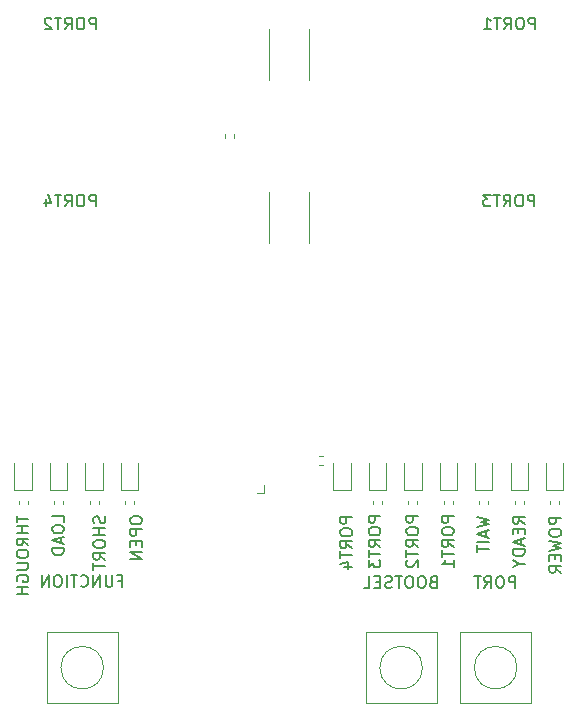
<source format=gbr>
%TF.GenerationSoftware,KiCad,Pcbnew,(6.0.7)*%
%TF.CreationDate,2022-08-30T14:04:15+02:00*%
%TF.ProjectId,LibreCAL,4c696272-6543-4414-9c2e-6b696361645f,rev?*%
%TF.SameCoordinates,Original*%
%TF.FileFunction,Legend,Bot*%
%TF.FilePolarity,Positive*%
%FSLAX46Y46*%
G04 Gerber Fmt 4.6, Leading zero omitted, Abs format (unit mm)*
G04 Created by KiCad (PCBNEW (6.0.7)) date 2022-08-30 14:04:15*
%MOMM*%
%LPD*%
G01*
G04 APERTURE LIST*
%ADD10C,0.150000*%
%ADD11C,0.120000*%
G04 APERTURE END LIST*
D10*
X111142857Y-90452380D02*
X111142857Y-89452380D01*
X110761904Y-89452380D01*
X110666666Y-89500000D01*
X110619047Y-89547619D01*
X110571428Y-89642857D01*
X110571428Y-89785714D01*
X110619047Y-89880952D01*
X110666666Y-89928571D01*
X110761904Y-89976190D01*
X111142857Y-89976190D01*
X109952380Y-89452380D02*
X109761904Y-89452380D01*
X109666666Y-89500000D01*
X109571428Y-89595238D01*
X109523809Y-89785714D01*
X109523809Y-90119047D01*
X109571428Y-90309523D01*
X109666666Y-90404761D01*
X109761904Y-90452380D01*
X109952380Y-90452380D01*
X110047619Y-90404761D01*
X110142857Y-90309523D01*
X110190476Y-90119047D01*
X110190476Y-89785714D01*
X110142857Y-89595238D01*
X110047619Y-89500000D01*
X109952380Y-89452380D01*
X108523809Y-90452380D02*
X108857142Y-89976190D01*
X109095238Y-90452380D02*
X109095238Y-89452380D01*
X108714285Y-89452380D01*
X108619047Y-89500000D01*
X108571428Y-89547619D01*
X108523809Y-89642857D01*
X108523809Y-89785714D01*
X108571428Y-89880952D01*
X108619047Y-89928571D01*
X108714285Y-89976190D01*
X109095238Y-89976190D01*
X108238095Y-89452380D02*
X107666666Y-89452380D01*
X107952380Y-90452380D02*
X107952380Y-89452380D01*
X106904761Y-89785714D02*
X106904761Y-90452380D01*
X107142857Y-89404761D02*
X107380952Y-90119047D01*
X106761904Y-90119047D01*
X148292857Y-90452380D02*
X148292857Y-89452380D01*
X147911904Y-89452380D01*
X147816666Y-89500000D01*
X147769047Y-89547619D01*
X147721428Y-89642857D01*
X147721428Y-89785714D01*
X147769047Y-89880952D01*
X147816666Y-89928571D01*
X147911904Y-89976190D01*
X148292857Y-89976190D01*
X147102380Y-89452380D02*
X146911904Y-89452380D01*
X146816666Y-89500000D01*
X146721428Y-89595238D01*
X146673809Y-89785714D01*
X146673809Y-90119047D01*
X146721428Y-90309523D01*
X146816666Y-90404761D01*
X146911904Y-90452380D01*
X147102380Y-90452380D01*
X147197619Y-90404761D01*
X147292857Y-90309523D01*
X147340476Y-90119047D01*
X147340476Y-89785714D01*
X147292857Y-89595238D01*
X147197619Y-89500000D01*
X147102380Y-89452380D01*
X145673809Y-90452380D02*
X146007142Y-89976190D01*
X146245238Y-90452380D02*
X146245238Y-89452380D01*
X145864285Y-89452380D01*
X145769047Y-89500000D01*
X145721428Y-89547619D01*
X145673809Y-89642857D01*
X145673809Y-89785714D01*
X145721428Y-89880952D01*
X145769047Y-89928571D01*
X145864285Y-89976190D01*
X146245238Y-89976190D01*
X145388095Y-89452380D02*
X144816666Y-89452380D01*
X145102380Y-90452380D02*
X145102380Y-89452380D01*
X144578571Y-89452380D02*
X143959523Y-89452380D01*
X144292857Y-89833333D01*
X144150000Y-89833333D01*
X144054761Y-89880952D01*
X144007142Y-89928571D01*
X143959523Y-90023809D01*
X143959523Y-90261904D01*
X144007142Y-90357142D01*
X144054761Y-90404761D01*
X144150000Y-90452380D01*
X144435714Y-90452380D01*
X144530952Y-90404761D01*
X144578571Y-90357142D01*
X111142857Y-75452380D02*
X111142857Y-74452380D01*
X110761904Y-74452380D01*
X110666666Y-74500000D01*
X110619047Y-74547619D01*
X110571428Y-74642857D01*
X110571428Y-74785714D01*
X110619047Y-74880952D01*
X110666666Y-74928571D01*
X110761904Y-74976190D01*
X111142857Y-74976190D01*
X109952380Y-74452380D02*
X109761904Y-74452380D01*
X109666666Y-74500000D01*
X109571428Y-74595238D01*
X109523809Y-74785714D01*
X109523809Y-75119047D01*
X109571428Y-75309523D01*
X109666666Y-75404761D01*
X109761904Y-75452380D01*
X109952380Y-75452380D01*
X110047619Y-75404761D01*
X110142857Y-75309523D01*
X110190476Y-75119047D01*
X110190476Y-74785714D01*
X110142857Y-74595238D01*
X110047619Y-74500000D01*
X109952380Y-74452380D01*
X108523809Y-75452380D02*
X108857142Y-74976190D01*
X109095238Y-75452380D02*
X109095238Y-74452380D01*
X108714285Y-74452380D01*
X108619047Y-74500000D01*
X108571428Y-74547619D01*
X108523809Y-74642857D01*
X108523809Y-74785714D01*
X108571428Y-74880952D01*
X108619047Y-74928571D01*
X108714285Y-74976190D01*
X109095238Y-74976190D01*
X108238095Y-74452380D02*
X107666666Y-74452380D01*
X107952380Y-75452380D02*
X107952380Y-74452380D01*
X107380952Y-74547619D02*
X107333333Y-74500000D01*
X107238095Y-74452380D01*
X107000000Y-74452380D01*
X106904761Y-74500000D01*
X106857142Y-74547619D01*
X106809523Y-74642857D01*
X106809523Y-74738095D01*
X106857142Y-74880952D01*
X107428571Y-75452380D01*
X106809523Y-75452380D01*
X148342857Y-75452380D02*
X148342857Y-74452380D01*
X147961904Y-74452380D01*
X147866666Y-74500000D01*
X147819047Y-74547619D01*
X147771428Y-74642857D01*
X147771428Y-74785714D01*
X147819047Y-74880952D01*
X147866666Y-74928571D01*
X147961904Y-74976190D01*
X148342857Y-74976190D01*
X147152380Y-74452380D02*
X146961904Y-74452380D01*
X146866666Y-74500000D01*
X146771428Y-74595238D01*
X146723809Y-74785714D01*
X146723809Y-75119047D01*
X146771428Y-75309523D01*
X146866666Y-75404761D01*
X146961904Y-75452380D01*
X147152380Y-75452380D01*
X147247619Y-75404761D01*
X147342857Y-75309523D01*
X147390476Y-75119047D01*
X147390476Y-74785714D01*
X147342857Y-74595238D01*
X147247619Y-74500000D01*
X147152380Y-74452380D01*
X145723809Y-75452380D02*
X146057142Y-74976190D01*
X146295238Y-75452380D02*
X146295238Y-74452380D01*
X145914285Y-74452380D01*
X145819047Y-74500000D01*
X145771428Y-74547619D01*
X145723809Y-74642857D01*
X145723809Y-74785714D01*
X145771428Y-74880952D01*
X145819047Y-74928571D01*
X145914285Y-74976190D01*
X146295238Y-74976190D01*
X145438095Y-74452380D02*
X144866666Y-74452380D01*
X145152380Y-75452380D02*
X145152380Y-74452380D01*
X144009523Y-75452380D02*
X144580952Y-75452380D01*
X144295238Y-75452380D02*
X144295238Y-74452380D01*
X144390476Y-74595238D01*
X144485714Y-74690476D01*
X144580952Y-74738095D01*
X141452380Y-116657142D02*
X140452380Y-116657142D01*
X140452380Y-117038095D01*
X140500000Y-117133333D01*
X140547619Y-117180952D01*
X140642857Y-117228571D01*
X140785714Y-117228571D01*
X140880952Y-117180952D01*
X140928571Y-117133333D01*
X140976190Y-117038095D01*
X140976190Y-116657142D01*
X140452380Y-117847619D02*
X140452380Y-118038095D01*
X140500000Y-118133333D01*
X140595238Y-118228571D01*
X140785714Y-118276190D01*
X141119047Y-118276190D01*
X141309523Y-118228571D01*
X141404761Y-118133333D01*
X141452380Y-118038095D01*
X141452380Y-117847619D01*
X141404761Y-117752380D01*
X141309523Y-117657142D01*
X141119047Y-117609523D01*
X140785714Y-117609523D01*
X140595238Y-117657142D01*
X140500000Y-117752380D01*
X140452380Y-117847619D01*
X141452380Y-119276190D02*
X140976190Y-118942857D01*
X141452380Y-118704761D02*
X140452380Y-118704761D01*
X140452380Y-119085714D01*
X140500000Y-119180952D01*
X140547619Y-119228571D01*
X140642857Y-119276190D01*
X140785714Y-119276190D01*
X140880952Y-119228571D01*
X140928571Y-119180952D01*
X140976190Y-119085714D01*
X140976190Y-118704761D01*
X140452380Y-119561904D02*
X140452380Y-120133333D01*
X141452380Y-119847619D02*
X140452380Y-119847619D01*
X141452380Y-120990476D02*
X141452380Y-120419047D01*
X141452380Y-120704761D02*
X140452380Y-120704761D01*
X140595238Y-120609523D01*
X140690476Y-120514285D01*
X140738095Y-120419047D01*
X146666666Y-122752380D02*
X146666666Y-121752380D01*
X146285714Y-121752380D01*
X146190476Y-121800000D01*
X146142857Y-121847619D01*
X146095238Y-121942857D01*
X146095238Y-122085714D01*
X146142857Y-122180952D01*
X146190476Y-122228571D01*
X146285714Y-122276190D01*
X146666666Y-122276190D01*
X145476190Y-121752380D02*
X145285714Y-121752380D01*
X145190476Y-121800000D01*
X145095238Y-121895238D01*
X145047619Y-122085714D01*
X145047619Y-122419047D01*
X145095238Y-122609523D01*
X145190476Y-122704761D01*
X145285714Y-122752380D01*
X145476190Y-122752380D01*
X145571428Y-122704761D01*
X145666666Y-122609523D01*
X145714285Y-122419047D01*
X145714285Y-122085714D01*
X145666666Y-121895238D01*
X145571428Y-121800000D01*
X145476190Y-121752380D01*
X144047619Y-122752380D02*
X144380952Y-122276190D01*
X144619047Y-122752380D02*
X144619047Y-121752380D01*
X144238095Y-121752380D01*
X144142857Y-121800000D01*
X144095238Y-121847619D01*
X144047619Y-121942857D01*
X144047619Y-122085714D01*
X144095238Y-122180952D01*
X144142857Y-122228571D01*
X144238095Y-122276190D01*
X144619047Y-122276190D01*
X143761904Y-121752380D02*
X143190476Y-121752380D01*
X143476190Y-122752380D02*
X143476190Y-121752380D01*
X132852380Y-116757142D02*
X131852380Y-116757142D01*
X131852380Y-117138095D01*
X131900000Y-117233333D01*
X131947619Y-117280952D01*
X132042857Y-117328571D01*
X132185714Y-117328571D01*
X132280952Y-117280952D01*
X132328571Y-117233333D01*
X132376190Y-117138095D01*
X132376190Y-116757142D01*
X131852380Y-117947619D02*
X131852380Y-118138095D01*
X131900000Y-118233333D01*
X131995238Y-118328571D01*
X132185714Y-118376190D01*
X132519047Y-118376190D01*
X132709523Y-118328571D01*
X132804761Y-118233333D01*
X132852380Y-118138095D01*
X132852380Y-117947619D01*
X132804761Y-117852380D01*
X132709523Y-117757142D01*
X132519047Y-117709523D01*
X132185714Y-117709523D01*
X131995238Y-117757142D01*
X131900000Y-117852380D01*
X131852380Y-117947619D01*
X132852380Y-119376190D02*
X132376190Y-119042857D01*
X132852380Y-118804761D02*
X131852380Y-118804761D01*
X131852380Y-119185714D01*
X131900000Y-119280952D01*
X131947619Y-119328571D01*
X132042857Y-119376190D01*
X132185714Y-119376190D01*
X132280952Y-119328571D01*
X132328571Y-119280952D01*
X132376190Y-119185714D01*
X132376190Y-118804761D01*
X131852380Y-119661904D02*
X131852380Y-120233333D01*
X132852380Y-119947619D02*
X131852380Y-119947619D01*
X132185714Y-120995238D02*
X132852380Y-120995238D01*
X131804761Y-120757142D02*
X132519047Y-120519047D01*
X132519047Y-121138095D01*
X104452380Y-116619047D02*
X104452380Y-117190476D01*
X105452380Y-116904761D02*
X104452380Y-116904761D01*
X105452380Y-117523809D02*
X104452380Y-117523809D01*
X104928571Y-117523809D02*
X104928571Y-118095238D01*
X105452380Y-118095238D02*
X104452380Y-118095238D01*
X105452380Y-119142857D02*
X104976190Y-118809523D01*
X105452380Y-118571428D02*
X104452380Y-118571428D01*
X104452380Y-118952380D01*
X104500000Y-119047619D01*
X104547619Y-119095238D01*
X104642857Y-119142857D01*
X104785714Y-119142857D01*
X104880952Y-119095238D01*
X104928571Y-119047619D01*
X104976190Y-118952380D01*
X104976190Y-118571428D01*
X104452380Y-119761904D02*
X104452380Y-119952380D01*
X104500000Y-120047619D01*
X104595238Y-120142857D01*
X104785714Y-120190476D01*
X105119047Y-120190476D01*
X105309523Y-120142857D01*
X105404761Y-120047619D01*
X105452380Y-119952380D01*
X105452380Y-119761904D01*
X105404761Y-119666666D01*
X105309523Y-119571428D01*
X105119047Y-119523809D01*
X104785714Y-119523809D01*
X104595238Y-119571428D01*
X104500000Y-119666666D01*
X104452380Y-119761904D01*
X104452380Y-120619047D02*
X105261904Y-120619047D01*
X105357142Y-120666666D01*
X105404761Y-120714285D01*
X105452380Y-120809523D01*
X105452380Y-121000000D01*
X105404761Y-121095238D01*
X105357142Y-121142857D01*
X105261904Y-121190476D01*
X104452380Y-121190476D01*
X104500000Y-122190476D02*
X104452380Y-122095238D01*
X104452380Y-121952380D01*
X104500000Y-121809523D01*
X104595238Y-121714285D01*
X104690476Y-121666666D01*
X104880952Y-121619047D01*
X105023809Y-121619047D01*
X105214285Y-121666666D01*
X105309523Y-121714285D01*
X105404761Y-121809523D01*
X105452380Y-121952380D01*
X105452380Y-122047619D01*
X105404761Y-122190476D01*
X105357142Y-122238095D01*
X105023809Y-122238095D01*
X105023809Y-122047619D01*
X105452380Y-122666666D02*
X104452380Y-122666666D01*
X104928571Y-122666666D02*
X104928571Y-123238095D01*
X105452380Y-123238095D02*
X104452380Y-123238095D01*
X143452380Y-116723809D02*
X144452380Y-116961904D01*
X143738095Y-117152380D01*
X144452380Y-117342857D01*
X143452380Y-117580952D01*
X144166666Y-117914285D02*
X144166666Y-118390476D01*
X144452380Y-117819047D02*
X143452380Y-118152380D01*
X144452380Y-118485714D01*
X144452380Y-118819047D02*
X143452380Y-118819047D01*
X143452380Y-119152380D02*
X143452380Y-119723809D01*
X144452380Y-119438095D02*
X143452380Y-119438095D01*
X111904761Y-116685714D02*
X111952380Y-116828571D01*
X111952380Y-117066666D01*
X111904761Y-117161904D01*
X111857142Y-117209523D01*
X111761904Y-117257142D01*
X111666666Y-117257142D01*
X111571428Y-117209523D01*
X111523809Y-117161904D01*
X111476190Y-117066666D01*
X111428571Y-116876190D01*
X111380952Y-116780952D01*
X111333333Y-116733333D01*
X111238095Y-116685714D01*
X111142857Y-116685714D01*
X111047619Y-116733333D01*
X111000000Y-116780952D01*
X110952380Y-116876190D01*
X110952380Y-117114285D01*
X111000000Y-117257142D01*
X111952380Y-117685714D02*
X110952380Y-117685714D01*
X111428571Y-117685714D02*
X111428571Y-118257142D01*
X111952380Y-118257142D02*
X110952380Y-118257142D01*
X110952380Y-118923809D02*
X110952380Y-119114285D01*
X111000000Y-119209523D01*
X111095238Y-119304761D01*
X111285714Y-119352380D01*
X111619047Y-119352380D01*
X111809523Y-119304761D01*
X111904761Y-119209523D01*
X111952380Y-119114285D01*
X111952380Y-118923809D01*
X111904761Y-118828571D01*
X111809523Y-118733333D01*
X111619047Y-118685714D01*
X111285714Y-118685714D01*
X111095238Y-118733333D01*
X111000000Y-118828571D01*
X110952380Y-118923809D01*
X111952380Y-120352380D02*
X111476190Y-120019047D01*
X111952380Y-119780952D02*
X110952380Y-119780952D01*
X110952380Y-120161904D01*
X111000000Y-120257142D01*
X111047619Y-120304761D01*
X111142857Y-120352380D01*
X111285714Y-120352380D01*
X111380952Y-120304761D01*
X111428571Y-120257142D01*
X111476190Y-120161904D01*
X111476190Y-119780952D01*
X110952380Y-120638095D02*
X110952380Y-121209523D01*
X111952380Y-120923809D02*
X110952380Y-120923809D01*
X138452380Y-116657142D02*
X137452380Y-116657142D01*
X137452380Y-117038095D01*
X137500000Y-117133333D01*
X137547619Y-117180952D01*
X137642857Y-117228571D01*
X137785714Y-117228571D01*
X137880952Y-117180952D01*
X137928571Y-117133333D01*
X137976190Y-117038095D01*
X137976190Y-116657142D01*
X137452380Y-117847619D02*
X137452380Y-118038095D01*
X137500000Y-118133333D01*
X137595238Y-118228571D01*
X137785714Y-118276190D01*
X138119047Y-118276190D01*
X138309523Y-118228571D01*
X138404761Y-118133333D01*
X138452380Y-118038095D01*
X138452380Y-117847619D01*
X138404761Y-117752380D01*
X138309523Y-117657142D01*
X138119047Y-117609523D01*
X137785714Y-117609523D01*
X137595238Y-117657142D01*
X137500000Y-117752380D01*
X137452380Y-117847619D01*
X138452380Y-119276190D02*
X137976190Y-118942857D01*
X138452380Y-118704761D02*
X137452380Y-118704761D01*
X137452380Y-119085714D01*
X137500000Y-119180952D01*
X137547619Y-119228571D01*
X137642857Y-119276190D01*
X137785714Y-119276190D01*
X137880952Y-119228571D01*
X137928571Y-119180952D01*
X137976190Y-119085714D01*
X137976190Y-118704761D01*
X137452380Y-119561904D02*
X137452380Y-120133333D01*
X138452380Y-119847619D02*
X137452380Y-119847619D01*
X137547619Y-120419047D02*
X137500000Y-120466666D01*
X137452380Y-120561904D01*
X137452380Y-120800000D01*
X137500000Y-120895238D01*
X137547619Y-120942857D01*
X137642857Y-120990476D01*
X137738095Y-120990476D01*
X137880952Y-120942857D01*
X138452380Y-120371428D01*
X138452380Y-120990476D01*
X108452380Y-117157142D02*
X108452380Y-116680952D01*
X107452380Y-116680952D01*
X107452380Y-117680952D02*
X107452380Y-117871428D01*
X107500000Y-117966666D01*
X107595238Y-118061904D01*
X107785714Y-118109523D01*
X108119047Y-118109523D01*
X108309523Y-118061904D01*
X108404761Y-117966666D01*
X108452380Y-117871428D01*
X108452380Y-117680952D01*
X108404761Y-117585714D01*
X108309523Y-117490476D01*
X108119047Y-117442857D01*
X107785714Y-117442857D01*
X107595238Y-117490476D01*
X107500000Y-117585714D01*
X107452380Y-117680952D01*
X108166666Y-118490476D02*
X108166666Y-118966666D01*
X108452380Y-118395238D02*
X107452380Y-118728571D01*
X108452380Y-119061904D01*
X108452380Y-119395238D02*
X107452380Y-119395238D01*
X107452380Y-119633333D01*
X107500000Y-119776190D01*
X107595238Y-119871428D01*
X107690476Y-119919047D01*
X107880952Y-119966666D01*
X108023809Y-119966666D01*
X108214285Y-119919047D01*
X108309523Y-119871428D01*
X108404761Y-119776190D01*
X108452380Y-119633333D01*
X108452380Y-119395238D01*
X114052380Y-116928571D02*
X114052380Y-117119047D01*
X114100000Y-117214285D01*
X114195238Y-117309523D01*
X114385714Y-117357142D01*
X114719047Y-117357142D01*
X114909523Y-117309523D01*
X115004761Y-117214285D01*
X115052380Y-117119047D01*
X115052380Y-116928571D01*
X115004761Y-116833333D01*
X114909523Y-116738095D01*
X114719047Y-116690476D01*
X114385714Y-116690476D01*
X114195238Y-116738095D01*
X114100000Y-116833333D01*
X114052380Y-116928571D01*
X115052380Y-117785714D02*
X114052380Y-117785714D01*
X114052380Y-118166666D01*
X114100000Y-118261904D01*
X114147619Y-118309523D01*
X114242857Y-118357142D01*
X114385714Y-118357142D01*
X114480952Y-118309523D01*
X114528571Y-118261904D01*
X114576190Y-118166666D01*
X114576190Y-117785714D01*
X114528571Y-118785714D02*
X114528571Y-119119047D01*
X115052380Y-119261904D02*
X115052380Y-118785714D01*
X114052380Y-118785714D01*
X114052380Y-119261904D01*
X115052380Y-119690476D02*
X114052380Y-119690476D01*
X115052380Y-120261904D01*
X114052380Y-120261904D01*
X150552380Y-116790476D02*
X149552380Y-116790476D01*
X149552380Y-117171428D01*
X149600000Y-117266666D01*
X149647619Y-117314285D01*
X149742857Y-117361904D01*
X149885714Y-117361904D01*
X149980952Y-117314285D01*
X150028571Y-117266666D01*
X150076190Y-117171428D01*
X150076190Y-116790476D01*
X149552380Y-117980952D02*
X149552380Y-118171428D01*
X149600000Y-118266666D01*
X149695238Y-118361904D01*
X149885714Y-118409523D01*
X150219047Y-118409523D01*
X150409523Y-118361904D01*
X150504761Y-118266666D01*
X150552380Y-118171428D01*
X150552380Y-117980952D01*
X150504761Y-117885714D01*
X150409523Y-117790476D01*
X150219047Y-117742857D01*
X149885714Y-117742857D01*
X149695238Y-117790476D01*
X149600000Y-117885714D01*
X149552380Y-117980952D01*
X149552380Y-118742857D02*
X150552380Y-118980952D01*
X149838095Y-119171428D01*
X150552380Y-119361904D01*
X149552380Y-119600000D01*
X150028571Y-119980952D02*
X150028571Y-120314285D01*
X150552380Y-120457142D02*
X150552380Y-119980952D01*
X149552380Y-119980952D01*
X149552380Y-120457142D01*
X150552380Y-121457142D02*
X150076190Y-121123809D01*
X150552380Y-120885714D02*
X149552380Y-120885714D01*
X149552380Y-121266666D01*
X149600000Y-121361904D01*
X149647619Y-121409523D01*
X149742857Y-121457142D01*
X149885714Y-121457142D01*
X149980952Y-121409523D01*
X150028571Y-121361904D01*
X150076190Y-121266666D01*
X150076190Y-120885714D01*
X147452380Y-117300000D02*
X146976190Y-116966666D01*
X147452380Y-116728571D02*
X146452380Y-116728571D01*
X146452380Y-117109523D01*
X146500000Y-117204761D01*
X146547619Y-117252380D01*
X146642857Y-117300000D01*
X146785714Y-117300000D01*
X146880952Y-117252380D01*
X146928571Y-117204761D01*
X146976190Y-117109523D01*
X146976190Y-116728571D01*
X146928571Y-117728571D02*
X146928571Y-118061904D01*
X147452380Y-118204761D02*
X147452380Y-117728571D01*
X146452380Y-117728571D01*
X146452380Y-118204761D01*
X147166666Y-118585714D02*
X147166666Y-119061904D01*
X147452380Y-118490476D02*
X146452380Y-118823809D01*
X147452380Y-119157142D01*
X147452380Y-119490476D02*
X146452380Y-119490476D01*
X146452380Y-119728571D01*
X146500000Y-119871428D01*
X146595238Y-119966666D01*
X146690476Y-120014285D01*
X146880952Y-120061904D01*
X147023809Y-120061904D01*
X147214285Y-120014285D01*
X147309523Y-119966666D01*
X147404761Y-119871428D01*
X147452380Y-119728571D01*
X147452380Y-119490476D01*
X146976190Y-120680952D02*
X147452380Y-120680952D01*
X146452380Y-120347619D02*
X146976190Y-120680952D01*
X146452380Y-121014285D01*
X139690476Y-122228571D02*
X139547619Y-122276190D01*
X139500000Y-122323809D01*
X139452380Y-122419047D01*
X139452380Y-122561904D01*
X139500000Y-122657142D01*
X139547619Y-122704761D01*
X139642857Y-122752380D01*
X140023809Y-122752380D01*
X140023809Y-121752380D01*
X139690476Y-121752380D01*
X139595238Y-121800000D01*
X139547619Y-121847619D01*
X139500000Y-121942857D01*
X139500000Y-122038095D01*
X139547619Y-122133333D01*
X139595238Y-122180952D01*
X139690476Y-122228571D01*
X140023809Y-122228571D01*
X138833333Y-121752380D02*
X138642857Y-121752380D01*
X138547619Y-121800000D01*
X138452380Y-121895238D01*
X138404761Y-122085714D01*
X138404761Y-122419047D01*
X138452380Y-122609523D01*
X138547619Y-122704761D01*
X138642857Y-122752380D01*
X138833333Y-122752380D01*
X138928571Y-122704761D01*
X139023809Y-122609523D01*
X139071428Y-122419047D01*
X139071428Y-122085714D01*
X139023809Y-121895238D01*
X138928571Y-121800000D01*
X138833333Y-121752380D01*
X137785714Y-121752380D02*
X137595238Y-121752380D01*
X137500000Y-121800000D01*
X137404761Y-121895238D01*
X137357142Y-122085714D01*
X137357142Y-122419047D01*
X137404761Y-122609523D01*
X137500000Y-122704761D01*
X137595238Y-122752380D01*
X137785714Y-122752380D01*
X137880952Y-122704761D01*
X137976190Y-122609523D01*
X138023809Y-122419047D01*
X138023809Y-122085714D01*
X137976190Y-121895238D01*
X137880952Y-121800000D01*
X137785714Y-121752380D01*
X137071428Y-121752380D02*
X136500000Y-121752380D01*
X136785714Y-122752380D02*
X136785714Y-121752380D01*
X136214285Y-122704761D02*
X136071428Y-122752380D01*
X135833333Y-122752380D01*
X135738095Y-122704761D01*
X135690476Y-122657142D01*
X135642857Y-122561904D01*
X135642857Y-122466666D01*
X135690476Y-122371428D01*
X135738095Y-122323809D01*
X135833333Y-122276190D01*
X136023809Y-122228571D01*
X136119047Y-122180952D01*
X136166666Y-122133333D01*
X136214285Y-122038095D01*
X136214285Y-121942857D01*
X136166666Y-121847619D01*
X136119047Y-121800000D01*
X136023809Y-121752380D01*
X135785714Y-121752380D01*
X135642857Y-121800000D01*
X135214285Y-122228571D02*
X134880952Y-122228571D01*
X134738095Y-122752380D02*
X135214285Y-122752380D01*
X135214285Y-121752380D01*
X134738095Y-121752380D01*
X133833333Y-122752380D02*
X134309523Y-122752380D01*
X134309523Y-121752380D01*
X113071428Y-122128571D02*
X113404761Y-122128571D01*
X113404761Y-122652380D02*
X113404761Y-121652380D01*
X112928571Y-121652380D01*
X112547619Y-121652380D02*
X112547619Y-122461904D01*
X112500000Y-122557142D01*
X112452380Y-122604761D01*
X112357142Y-122652380D01*
X112166666Y-122652380D01*
X112071428Y-122604761D01*
X112023809Y-122557142D01*
X111976190Y-122461904D01*
X111976190Y-121652380D01*
X111500000Y-122652380D02*
X111500000Y-121652380D01*
X110928571Y-122652380D01*
X110928571Y-121652380D01*
X109880952Y-122557142D02*
X109928571Y-122604761D01*
X110071428Y-122652380D01*
X110166666Y-122652380D01*
X110309523Y-122604761D01*
X110404761Y-122509523D01*
X110452380Y-122414285D01*
X110500000Y-122223809D01*
X110500000Y-122080952D01*
X110452380Y-121890476D01*
X110404761Y-121795238D01*
X110309523Y-121700000D01*
X110166666Y-121652380D01*
X110071428Y-121652380D01*
X109928571Y-121700000D01*
X109880952Y-121747619D01*
X109595238Y-121652380D02*
X109023809Y-121652380D01*
X109309523Y-122652380D02*
X109309523Y-121652380D01*
X108690476Y-122652380D02*
X108690476Y-121652380D01*
X108023809Y-121652380D02*
X107833333Y-121652380D01*
X107738095Y-121700000D01*
X107642857Y-121795238D01*
X107595238Y-121985714D01*
X107595238Y-122319047D01*
X107642857Y-122509523D01*
X107738095Y-122604761D01*
X107833333Y-122652380D01*
X108023809Y-122652380D01*
X108119047Y-122604761D01*
X108214285Y-122509523D01*
X108261904Y-122319047D01*
X108261904Y-121985714D01*
X108214285Y-121795238D01*
X108119047Y-121700000D01*
X108023809Y-121652380D01*
X107166666Y-122652380D02*
X107166666Y-121652380D01*
X106595238Y-122652380D01*
X106595238Y-121652380D01*
X135252380Y-116657142D02*
X134252380Y-116657142D01*
X134252380Y-117038095D01*
X134300000Y-117133333D01*
X134347619Y-117180952D01*
X134442857Y-117228571D01*
X134585714Y-117228571D01*
X134680952Y-117180952D01*
X134728571Y-117133333D01*
X134776190Y-117038095D01*
X134776190Y-116657142D01*
X134252380Y-117847619D02*
X134252380Y-118038095D01*
X134300000Y-118133333D01*
X134395238Y-118228571D01*
X134585714Y-118276190D01*
X134919047Y-118276190D01*
X135109523Y-118228571D01*
X135204761Y-118133333D01*
X135252380Y-118038095D01*
X135252380Y-117847619D01*
X135204761Y-117752380D01*
X135109523Y-117657142D01*
X134919047Y-117609523D01*
X134585714Y-117609523D01*
X134395238Y-117657142D01*
X134300000Y-117752380D01*
X134252380Y-117847619D01*
X135252380Y-119276190D02*
X134776190Y-118942857D01*
X135252380Y-118704761D02*
X134252380Y-118704761D01*
X134252380Y-119085714D01*
X134300000Y-119180952D01*
X134347619Y-119228571D01*
X134442857Y-119276190D01*
X134585714Y-119276190D01*
X134680952Y-119228571D01*
X134728571Y-119180952D01*
X134776190Y-119085714D01*
X134776190Y-118704761D01*
X134252380Y-119561904D02*
X134252380Y-120133333D01*
X135252380Y-119847619D02*
X134252380Y-119847619D01*
X134252380Y-120371428D02*
X134252380Y-120990476D01*
X134633333Y-120657142D01*
X134633333Y-120800000D01*
X134680952Y-120895238D01*
X134728571Y-120942857D01*
X134823809Y-120990476D01*
X135061904Y-120990476D01*
X135157142Y-120942857D01*
X135204761Y-120895238D01*
X135252380Y-120800000D01*
X135252380Y-120514285D01*
X135204761Y-120419047D01*
X135157142Y-120371428D01*
D11*
%TO.C,R9*%
X125790000Y-79777064D02*
X125790000Y-75422936D01*
X129210000Y-79777064D02*
X129210000Y-75422936D01*
%TO.C,R22*%
X141380000Y-115346359D02*
X141380000Y-115653641D01*
X140620000Y-115346359D02*
X140620000Y-115653641D01*
%TO.C,D1*%
X150735000Y-112200000D02*
X150735000Y-114485000D01*
X150735000Y-114485000D02*
X149265000Y-114485000D01*
X149265000Y-114485000D02*
X149265000Y-112200000D01*
%TO.C,D8*%
X138735000Y-114485000D02*
X137265000Y-114485000D01*
X138735000Y-112200000D02*
X138735000Y-114485000D01*
X137265000Y-114485000D02*
X137265000Y-112200000D01*
%TO.C,R18*%
X111380000Y-115346359D02*
X111380000Y-115653641D01*
X110620000Y-115346359D02*
X110620000Y-115653641D01*
%TO.C,R24*%
X135380000Y-115346359D02*
X135380000Y-115653641D01*
X134620000Y-115346359D02*
X134620000Y-115653641D01*
%TO.C,SW1*%
X134000000Y-132500000D02*
X140000000Y-132500000D01*
X134000000Y-126500000D02*
X134000000Y-132500000D01*
X134000000Y-126500000D02*
X140000000Y-126500000D01*
X140000000Y-132500000D02*
X140000000Y-126500000D01*
X138802776Y-129500000D02*
G75*
G03*
X138802776Y-129500000I-1802776J0D01*
G01*
%TO.C,D10*%
X131265000Y-114485000D02*
X131265000Y-112200000D01*
X132735000Y-112200000D02*
X132735000Y-114485000D01*
X132735000Y-114485000D02*
X131265000Y-114485000D01*
%TO.C,D11*%
X135735000Y-112200000D02*
X135735000Y-114485000D01*
X134265000Y-114485000D02*
X134265000Y-112200000D01*
X135735000Y-114485000D02*
X134265000Y-114485000D01*
%TO.C,R23*%
X130353641Y-111620000D02*
X130046359Y-111620000D01*
X130353641Y-112380000D02*
X130046359Y-112380000D01*
%TO.C,D9*%
X141735000Y-114485000D02*
X140265000Y-114485000D01*
X141735000Y-112200000D02*
X141735000Y-114485000D01*
X140265000Y-114485000D02*
X140265000Y-112200000D01*
%TO.C,D5*%
X111735000Y-112200000D02*
X111735000Y-114485000D01*
X110265000Y-114485000D02*
X110265000Y-112200000D01*
X111735000Y-114485000D02*
X110265000Y-114485000D01*
%TO.C,R15*%
X147380000Y-115346359D02*
X147380000Y-115653641D01*
X146620000Y-115346359D02*
X146620000Y-115653641D01*
%TO.C,R19*%
X108380000Y-115346359D02*
X108380000Y-115653641D01*
X107620000Y-115346359D02*
X107620000Y-115653641D01*
%TO.C,R16*%
X143620000Y-115346359D02*
X143620000Y-115653641D01*
X144380000Y-115346359D02*
X144380000Y-115653641D01*
%TO.C,R21*%
X138380000Y-115346359D02*
X138380000Y-115653641D01*
X137620000Y-115346359D02*
X137620000Y-115653641D01*
%TO.C,J6*%
X125405000Y-114670000D02*
X125405000Y-114035000D01*
X124770000Y-114670000D02*
X125405000Y-114670000D01*
%TO.C,R20*%
X105380000Y-115346359D02*
X105380000Y-115653641D01*
X104620000Y-115346359D02*
X104620000Y-115653641D01*
%TO.C,SW3*%
X113000000Y-132500000D02*
X107000000Y-132500000D01*
X107000000Y-126500000D02*
X107000000Y-132500000D01*
X113000000Y-126500000D02*
X107000000Y-126500000D01*
X113000000Y-132500000D02*
X113000000Y-126500000D01*
X111802776Y-129500000D02*
G75*
G03*
X111802776Y-129500000I-1802776J0D01*
G01*
%TO.C,R17*%
X113620000Y-115346359D02*
X113620000Y-115653641D01*
X114380000Y-115346359D02*
X114380000Y-115653641D01*
%TO.C,R14*%
X150380000Y-115346359D02*
X150380000Y-115653641D01*
X149620000Y-115346359D02*
X149620000Y-115653641D01*
%TO.C,D6*%
X107265000Y-114485000D02*
X107265000Y-112200000D01*
X108735000Y-112200000D02*
X108735000Y-114485000D01*
X108735000Y-114485000D02*
X107265000Y-114485000D01*
%TO.C,R8*%
X125790000Y-93577064D02*
X125790000Y-89222936D01*
X129210000Y-93577064D02*
X129210000Y-89222936D01*
%TO.C,D3*%
X144735000Y-112200000D02*
X144735000Y-114485000D01*
X144735000Y-114485000D02*
X143265000Y-114485000D01*
X143265000Y-114485000D02*
X143265000Y-112200000D01*
%TO.C,D2*%
X147735000Y-114485000D02*
X146265000Y-114485000D01*
X147735000Y-112200000D02*
X147735000Y-114485000D01*
X146265000Y-114485000D02*
X146265000Y-112200000D01*
%TO.C,TH1*%
X122120000Y-84653641D02*
X122120000Y-84346359D01*
X122880000Y-84653641D02*
X122880000Y-84346359D01*
%TO.C,SW2*%
X148000000Y-132500000D02*
X148000000Y-126500000D01*
X148000000Y-126500000D02*
X142000000Y-126500000D01*
X148000000Y-132500000D02*
X142000000Y-132500000D01*
X142000000Y-126500000D02*
X142000000Y-132500000D01*
X146802776Y-129500000D02*
G75*
G03*
X146802776Y-129500000I-1802776J0D01*
G01*
%TO.C,D7*%
X105735000Y-114485000D02*
X104265000Y-114485000D01*
X104265000Y-114485000D02*
X104265000Y-112200000D01*
X105735000Y-112200000D02*
X105735000Y-114485000D01*
%TO.C,D4*%
X114735000Y-112200000D02*
X114735000Y-114485000D01*
X113265000Y-114485000D02*
X113265000Y-112200000D01*
X114735000Y-114485000D02*
X113265000Y-114485000D01*
%TD*%
M02*

</source>
